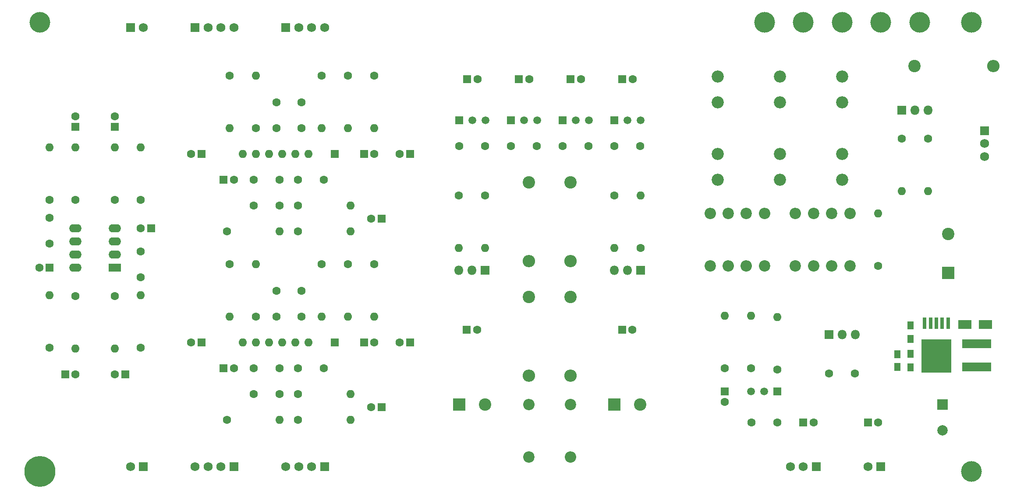
<source format=gts>
%TF.GenerationSoftware,KiCad,Pcbnew,(5.1.7)-1*%
%TF.CreationDate,2022-01-04T16:17:04+01:00*%
%TF.ProjectId,cr-17xx-psu-preamp-board,63722d31-3778-4782-9d70-73752d707265,rev?*%
%TF.SameCoordinates,Original*%
%TF.FileFunction,Soldermask,Top*%
%TF.FilePolarity,Negative*%
%FSLAX46Y46*%
G04 Gerber Fmt 4.6, Leading zero omitted, Abs format (unit mm)*
G04 Created by KiCad (PCBNEW (5.1.7)-1) date 2022-01-04 16:17:04*
%MOMM*%
%LPD*%
G01*
G04 APERTURE LIST*
%ADD10R,5.700000X1.700000*%
%ADD11C,1.600000*%
%ADD12O,1.600000X1.600000*%
%ADD13R,1.600000X1.600000*%
%ADD14R,1.800000X1.800000*%
%ADD15O,1.800000X1.800000*%
%ADD16R,1.750000X1.750000*%
%ADD17C,1.750000*%
%ADD18R,2.400000X1.600000*%
%ADD19O,2.400000X1.600000*%
%ADD20C,2.200000*%
%ADD21O,2.200000X2.200000*%
%ADD22O,2.400000X2.400000*%
%ADD23C,2.400000*%
%ADD24R,0.800000X2.200000*%
%ADD25R,5.800000X6.400000*%
%ADD26R,1.300000X1.500000*%
%ADD27R,2.500000X1.800000*%
%ADD28R,2.000000X2.000000*%
%ADD29C,2.000000*%
%ADD30R,1.250000X1.500000*%
%ADD31R,2.400000X2.400000*%
%ADD32C,1.520000*%
%ADD33R,1.520000X1.520000*%
%ADD34C,4.000000*%
%ADD35C,2.350000*%
%ADD36C,6.000000*%
G04 APERTURE END LIST*
D10*
X203500000Y-81250000D03*
X203500000Y-85750000D03*
D11*
X103460000Y-52540000D03*
D12*
X103460000Y-62700000D03*
D11*
X138540000Y-62700000D03*
D12*
X138540000Y-52540000D03*
D11*
X194080000Y-41500000D03*
D12*
X194080000Y-51660000D03*
D11*
X159920000Y-86000000D03*
D12*
X159920000Y-75840000D03*
D11*
X175000000Y-87000000D03*
X180000000Y-87000000D03*
D13*
X170000000Y-96500000D03*
D11*
X172000000Y-96500000D03*
D13*
X182500000Y-96500000D03*
D11*
X184500000Y-96500000D03*
X165000000Y-96500000D03*
X160000000Y-96500000D03*
D14*
X174960000Y-79500000D03*
D15*
X177500000Y-79500000D03*
X180040000Y-79500000D03*
D16*
X172500000Y-105000000D03*
D17*
X170000000Y-105000000D03*
X167500000Y-105000000D03*
D16*
X185000000Y-105000000D03*
D17*
X182500000Y-105000000D03*
D16*
X77500000Y-105000000D03*
D17*
X75000000Y-105000000D03*
X72500000Y-105000000D03*
X70000000Y-105000000D03*
D16*
X60000000Y-105000000D03*
D17*
X57500000Y-105000000D03*
X55000000Y-105000000D03*
X52500000Y-105000000D03*
D16*
X70000000Y-20000000D03*
D17*
X72500000Y-20000000D03*
X75000000Y-20000000D03*
X77500000Y-20000000D03*
D16*
X52500000Y-20000000D03*
D17*
X55000000Y-20000000D03*
X57500000Y-20000000D03*
X60000000Y-20000000D03*
D13*
X53720000Y-44500000D03*
D11*
X51720000Y-44500000D03*
D13*
X94000000Y-44500000D03*
D11*
X92000000Y-44500000D03*
D13*
X53720000Y-81000000D03*
D11*
X51720000Y-81000000D03*
D13*
X94000000Y-81000000D03*
D11*
X92000000Y-81000000D03*
D13*
X79500000Y-81000000D03*
D12*
X74420000Y-81000000D03*
X71880000Y-81000000D03*
X69340000Y-81000000D03*
X66800000Y-81000000D03*
X64260000Y-81000000D03*
X61720000Y-81000000D03*
D11*
X87120000Y-65840000D03*
D12*
X87120000Y-76000000D03*
D11*
X82040000Y-65840000D03*
D12*
X82040000Y-76000000D03*
D11*
X76960000Y-65840000D03*
D12*
X76960000Y-76000000D03*
D11*
X64260000Y-76000000D03*
D12*
X64260000Y-65840000D03*
D11*
X59180000Y-65840000D03*
D12*
X59180000Y-76000000D03*
D11*
X58680000Y-96000000D03*
D12*
X68840000Y-96000000D03*
D11*
X72380000Y-91000000D03*
D12*
X82540000Y-91000000D03*
D11*
X72380000Y-96000000D03*
D12*
X82540000Y-96000000D03*
D13*
X85120000Y-81000000D03*
D11*
X87120000Y-81000000D03*
X73000000Y-76000000D03*
X73000000Y-71000000D03*
X72380000Y-86000000D03*
X77380000Y-86000000D03*
X68220000Y-71000000D03*
X68220000Y-76000000D03*
X68840000Y-86000000D03*
X63840000Y-86000000D03*
D13*
X58000000Y-86000000D03*
D11*
X60000000Y-86000000D03*
X68840000Y-91000000D03*
X63840000Y-91000000D03*
D13*
X88500000Y-93500000D03*
D11*
X86500000Y-93500000D03*
D13*
X79500000Y-44500000D03*
D12*
X74420000Y-44500000D03*
X71880000Y-44500000D03*
X69340000Y-44500000D03*
X66800000Y-44500000D03*
X64260000Y-44500000D03*
X61720000Y-44500000D03*
D11*
X87120000Y-29340000D03*
D12*
X87120000Y-39500000D03*
D11*
X82040000Y-29340000D03*
D12*
X82040000Y-39500000D03*
D11*
X76960000Y-29340000D03*
D12*
X76960000Y-39500000D03*
D11*
X64260000Y-39500000D03*
D12*
X64260000Y-29340000D03*
D11*
X59180000Y-29340000D03*
D12*
X59180000Y-39500000D03*
D11*
X58680000Y-59500000D03*
D12*
X68840000Y-59500000D03*
D11*
X72380000Y-54500000D03*
D12*
X82540000Y-54500000D03*
D11*
X72380000Y-59500000D03*
D12*
X82540000Y-59500000D03*
D13*
X85120000Y-44500000D03*
D11*
X87120000Y-44500000D03*
X73000000Y-39500000D03*
X73000000Y-34500000D03*
X72380000Y-49500000D03*
X77380000Y-49500000D03*
X68220000Y-34500000D03*
X68220000Y-39500000D03*
X68840000Y-49500000D03*
X63840000Y-49500000D03*
D13*
X58000000Y-49500000D03*
D11*
X60000000Y-49500000D03*
X68840000Y-54500000D03*
X63840000Y-54500000D03*
D13*
X88500000Y-57000000D03*
D11*
X86500000Y-57000000D03*
D18*
X37000000Y-66500000D03*
D19*
X29380000Y-58880000D03*
X37000000Y-63960000D03*
X29380000Y-61420000D03*
X37000000Y-61420000D03*
X29380000Y-63960000D03*
X37000000Y-58880000D03*
X29380000Y-66500000D03*
D11*
X29380000Y-72000000D03*
D12*
X29380000Y-82160000D03*
D11*
X37000000Y-72000000D03*
D12*
X37000000Y-82160000D03*
D11*
X24380000Y-82000000D03*
D12*
X24380000Y-71840000D03*
D11*
X42000000Y-82000000D03*
D12*
X42000000Y-71840000D03*
D11*
X24380000Y-53380000D03*
D12*
X24380000Y-43220000D03*
D11*
X42000000Y-53380000D03*
D12*
X42000000Y-43220000D03*
D11*
X29380000Y-53380000D03*
D12*
X29380000Y-43220000D03*
D11*
X37000000Y-53380000D03*
D12*
X37000000Y-43220000D03*
D13*
X27380000Y-87160000D03*
D11*
X29380000Y-87160000D03*
D13*
X39000000Y-87160000D03*
D11*
X37000000Y-87160000D03*
X24380000Y-56880000D03*
X24380000Y-61880000D03*
X42000000Y-63340000D03*
X42000000Y-68340000D03*
D13*
X24380000Y-66500000D03*
D11*
X22380000Y-66500000D03*
D13*
X29380000Y-39220000D03*
D11*
X29380000Y-37220000D03*
D13*
X37000000Y-39220000D03*
D11*
X37000000Y-37220000D03*
D13*
X44000000Y-58880000D03*
D11*
X42000000Y-58880000D03*
D16*
X205000000Y-40000000D03*
D17*
X205000000Y-42500000D03*
X205000000Y-45000000D03*
D16*
X42500000Y-105000000D03*
D17*
X40000000Y-105000000D03*
D16*
X40000000Y-20000000D03*
D17*
X42500000Y-20000000D03*
D20*
X179000000Y-66160000D03*
D21*
X179000000Y-56000000D03*
D20*
X168500000Y-66160000D03*
D21*
X168500000Y-56000000D03*
D20*
X172000000Y-56000000D03*
D21*
X172000000Y-66160000D03*
D20*
X175500000Y-56000000D03*
D21*
X175500000Y-66160000D03*
D20*
X162500000Y-66160000D03*
D21*
X162500000Y-56000000D03*
D20*
X152000000Y-66160000D03*
D21*
X152000000Y-56000000D03*
D20*
X155500000Y-56000000D03*
D21*
X155500000Y-66160000D03*
D20*
X159000000Y-56000000D03*
D21*
X159000000Y-66160000D03*
D11*
X184500000Y-66160000D03*
D12*
X184500000Y-56000000D03*
D20*
X125000000Y-93000000D03*
D21*
X125000000Y-103160000D03*
D20*
X117000000Y-103160000D03*
D21*
X117000000Y-93000000D03*
D22*
X206740000Y-27500000D03*
D23*
X191500000Y-27500000D03*
D24*
X198000000Y-77300000D03*
X196860000Y-77300000D03*
X195720000Y-77300000D03*
X194580000Y-77300000D03*
X193440000Y-77300000D03*
D25*
X195720000Y-83600000D03*
D26*
X190720000Y-80350000D03*
X190720000Y-77650000D03*
X190720000Y-85850000D03*
X190720000Y-83150000D03*
D27*
X201220000Y-77500000D03*
X205220000Y-77500000D03*
D28*
X196900000Y-93000000D03*
D29*
X196900000Y-98000000D03*
D30*
X188220000Y-85750000D03*
X188220000Y-83250000D03*
D31*
X198000000Y-67500000D03*
D23*
X198000000Y-60000000D03*
D13*
X154840000Y-90500000D03*
D11*
X154840000Y-92500000D03*
D13*
X105000000Y-78500000D03*
D11*
X107000000Y-78500000D03*
D13*
X135000000Y-78500000D03*
D11*
X137000000Y-78500000D03*
D31*
X133500000Y-93000000D03*
D23*
X138500000Y-93000000D03*
X108500000Y-93000000D03*
D31*
X103500000Y-93000000D03*
D11*
X108540000Y-52540000D03*
D12*
X108540000Y-62700000D03*
D23*
X117000000Y-72160000D03*
D22*
X117000000Y-87400000D03*
D14*
X108540000Y-67000000D03*
D15*
X106000000Y-67000000D03*
X103460000Y-67000000D03*
D23*
X125000000Y-72160000D03*
D22*
X125000000Y-87400000D03*
D32*
X106040000Y-38000000D03*
X108580000Y-38000000D03*
D33*
X103500000Y-38000000D03*
D32*
X116040000Y-38000000D03*
X118580000Y-38000000D03*
D33*
X113500000Y-38000000D03*
D32*
X136040000Y-38000000D03*
X138580000Y-38000000D03*
D33*
X133500000Y-38000000D03*
D32*
X126040000Y-38000000D03*
X128580000Y-38000000D03*
D33*
X123500000Y-38000000D03*
D32*
X162460000Y-90500000D03*
X159920000Y-90500000D03*
D33*
X165000000Y-90500000D03*
D23*
X117000000Y-50000000D03*
D22*
X117000000Y-65240000D03*
D23*
X125000000Y-50000000D03*
D22*
X125000000Y-65240000D03*
D11*
X133460000Y-52540000D03*
D12*
X133460000Y-62700000D03*
D11*
X165000000Y-86250000D03*
D12*
X165000000Y-76090000D03*
D11*
X189000000Y-41500000D03*
D12*
X189000000Y-51660000D03*
D11*
X154840000Y-86000000D03*
D12*
X154840000Y-75840000D03*
D14*
X138540000Y-67000000D03*
D15*
X136000000Y-67000000D03*
X133460000Y-67000000D03*
D14*
X189000000Y-36000000D03*
D15*
X191540000Y-36000000D03*
X194080000Y-36000000D03*
D13*
X105040000Y-30000000D03*
D11*
X107040000Y-30000000D03*
D13*
X115040000Y-30000000D03*
D11*
X117040000Y-30000000D03*
D13*
X135040000Y-30000000D03*
D11*
X137040000Y-30000000D03*
D13*
X125040000Y-30000000D03*
D11*
X127040000Y-30000000D03*
X108500000Y-43000000D03*
X103500000Y-43000000D03*
X118500000Y-43000000D03*
X113500000Y-43000000D03*
X138500000Y-43000000D03*
X133500000Y-43000000D03*
X128500000Y-43000000D03*
X123500000Y-43000000D03*
D34*
X192500000Y-19000000D03*
X185000000Y-19000000D03*
X177500000Y-19000000D03*
X170000000Y-19000000D03*
X162500000Y-19000000D03*
D35*
X153500000Y-44500000D03*
X153500000Y-49500000D03*
X153500000Y-34500000D03*
X153500000Y-29500000D03*
X165500000Y-44500000D03*
X165500000Y-49500000D03*
X165500000Y-34500000D03*
X165500000Y-29500000D03*
X177500000Y-44500000D03*
X177500000Y-49500000D03*
X177500000Y-34500000D03*
X177500000Y-29500000D03*
D34*
X22500000Y-19000000D03*
X202500000Y-19000000D03*
X202500000Y-106000000D03*
D36*
X22500000Y-106000000D03*
M02*

</source>
